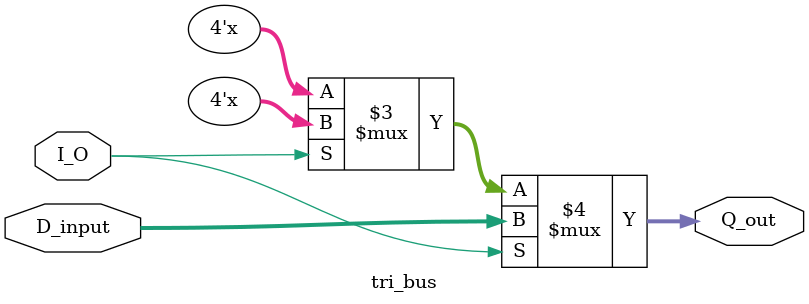
<source format=v>
module tri_bus(D_input,Q_out,I_O);
parameter n_buffs=4;
input [n_buffs-1:0] D_input;
input I_O;
output wire [n_buffs-1:0] Q_out ;
assign Q_out=(I_O==1)? D_input:
             (I_O==0)? 'z:'x;
endmodule

</source>
